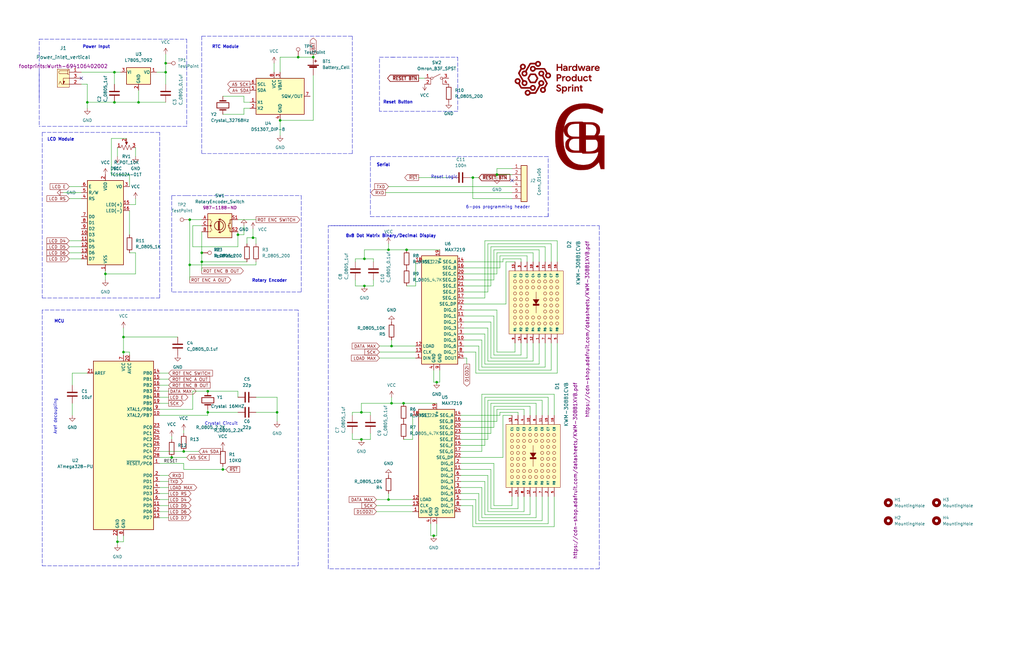
<source format=kicad_sch>
(kicad_sch (version 20211123) (generator eeschema)
  (paper "USLedger")
  (junction (at 165.1 146.05))
  (junction (at 171.45 105.41))
  (junction (at 48.26 43.18))
  (junction (at 100.33 99.06))
  (junction (at 87.63 165.1))
  (junction (at 118.11 50.8))
  (junction (at 87.63 173.99))
  (junction (at 52.07 142.24))
  (junction (at 85.09 106.68))
  (junction (at 93.98 198.12))
  (junction (at 80.01 111.76))
  (junction (at 52.07 148.59))
  (junction (at 199.39 74.93))
  (junction (at 165.1 170.18))
  (junction (at 72.39 193.04))
  (junction (at 44.45 115.57))
  (junction (at 163.83 105.41))
  (junction (at 170.18 170.18))
  (junction (at 80.01 92.71))
  (junction (at 49.53 228.6))
  (junction (at 85.09 110.49))
  (junction (at 125.73 24.13))
  (junction (at 152.4 185.42))
  (junction (at 209.55 73.66))
  (junction (at 116.84 173.99))
  (junction (at 77.47 190.5))
  (junction (at 132.08 24.13))
  (junction (at 36.83 43.18))
  (junction (at 69.85 30.48))
  (junction (at 163.83 210.82))
  (junction (at 153.67 109.22))
  (junction (at 152.4 173.99))
  (junction (at 48.26 30.48))
  (junction (at 106.68 100.33))
  (junction (at 69.85 26.67))
  (junction (at 58.42 43.18))
  (junction (at 182.88 226.06))
  (junction (at 184.15 161.29))
  (junction (at 153.67 120.65))
  (no_connect (at 34.29 33.02))
  (no_connect (at 215.9 76.2))
  (wire (pts (xy 158.75 210.82) (xy 163.83 210.82)))
  (wire (pts (xy 81.28 95.25) (xy 81.28 104.14)))
  (wire (pts (xy 201.93 219.71) (xy 228.6 219.71)))
  (wire (pts (xy 156.21 173.99) (xy 156.21 175.26)))
  (wire (pts (xy 132.08 31.75) (xy 132.08 50.8)))
  (wire (pts (xy 48.26 30.48) (xy 50.8 30.48)))
  (wire (pts (xy 81.28 165.1) (xy 87.63 165.1)))
  (wire (pts (xy 215.9 71.12) (xy 209.55 71.12)))
  (wire (pts (xy 48.26 43.18) (xy 58.42 43.18)))
  (wire (pts (xy 163.83 208.28) (xy 163.83 210.82)))
  (polyline (pts (xy 156.21 91.44) (xy 231.14 91.44)))
  (wire (pts (xy 205.74 215.9) (xy 205.74 200.66)))
  (wire (pts (xy 102.87 95.25) (xy 102.87 99.06)))
  (wire (pts (xy 48.26 43.18) (xy 36.83 43.18)))
  (wire (pts (xy 71.12 167.64) (xy 67.31 167.64)))
  (wire (pts (xy 46.99 58.42) (xy 46.99 73.66)))
  (wire (pts (xy 148.59 175.26) (xy 148.59 173.99)))
  (wire (pts (xy 209.55 106.68) (xy 209.55 115.57)))
  (wire (pts (xy 29.21 104.14) (xy 34.29 104.14)))
  (wire (pts (xy 118.11 30.48) (xy 118.11 24.13)))
  (wire (pts (xy 204.47 140.97) (xy 195.58 140.97)))
  (wire (pts (xy 87.63 175.26) (xy 87.63 173.99)))
  (wire (pts (xy 213.36 110.49) (xy 217.17 110.49)))
  (wire (pts (xy 67.31 193.04) (xy 72.39 193.04)))
  (wire (pts (xy 234.95 157.48) (xy 234.95 144.78)))
  (wire (pts (xy 71.12 208.28) (xy 67.31 208.28)))
  (wire (pts (xy 195.58 118.11) (xy 208.28 118.11)))
  (wire (pts (xy 102.87 43.18) (xy 105.41 43.18)))
  (wire (pts (xy 36.83 157.48) (xy 30.48 157.48)))
  (wire (pts (xy 148.59 182.88) (xy 148.59 185.42)))
  (wire (pts (xy 54.61 149.86) (xy 54.61 148.59)))
  (wire (pts (xy 201.93 146.05) (xy 195.58 146.05)))
  (wire (pts (xy 223.52 217.17) (xy 223.52 209.55)))
  (wire (pts (xy 153.67 120.65) (xy 157.48 120.65)))
  (wire (pts (xy 171.45 120.65) (xy 175.26 120.65)))
  (wire (pts (xy 115.57 26.67) (xy 115.57 30.48)))
  (wire (pts (xy 209.55 71.12) (xy 209.55 73.66)))
  (wire (pts (xy 29.21 109.22) (xy 34.29 109.22)))
  (wire (pts (xy 149.86 120.65) (xy 153.67 120.65)))
  (wire (pts (xy 157.48 120.65) (xy 157.48 118.11)))
  (wire (pts (xy 71.12 218.44) (xy 67.31 218.44)))
  (wire (pts (xy 85.09 106.68) (xy 85.09 110.49)))
  (polyline (pts (xy 17.78 55.88) (xy 17.78 125.73)))
  (wire (pts (xy 107.95 167.64) (xy 116.84 167.64)))
  (wire (pts (xy 81.28 104.14) (xy 100.33 104.14)))
  (wire (pts (xy 71.12 213.36) (xy 67.31 213.36)))
  (wire (pts (xy 203.2 166.37) (xy 203.2 190.5)))
  (wire (pts (xy 171.45 105.41) (xy 185.42 105.41)))
  (wire (pts (xy 204.47 187.96) (xy 204.47 167.64)))
  (wire (pts (xy 207.01 182.88) (xy 207.01 170.18)))
  (wire (pts (xy 29.21 83.82) (xy 34.29 83.82)))
  (wire (pts (xy 116.84 173.99) (xy 116.84 177.8)))
  (polyline (pts (xy 17.78 238.76) (xy 125.73 238.76)))
  (wire (pts (xy 54.61 106.68) (xy 57.15 106.68)))
  (wire (pts (xy 26.67 81.28) (xy 34.29 81.28)))
  (wire (pts (xy 46.99 73.66) (xy 54.61 73.66)))
  (wire (pts (xy 194.31 187.96) (xy 204.47 187.96)))
  (wire (pts (xy 195.58 151.13) (xy 196.85 151.13)))
  (polyline (pts (xy 17.78 130.81) (xy 17.78 238.76)))
  (polyline (pts (xy 160.02 24.13) (xy 166.37 24.13)))
  (wire (pts (xy 185.42 161.29) (xy 184.15 161.29)))
  (wire (pts (xy 30.48 157.48) (xy 30.48 162.56)))
  (wire (pts (xy 179.07 33.02) (xy 176.53 33.02)))
  (wire (pts (xy 149.86 110.49) (xy 149.86 109.22)))
  (wire (pts (xy 100.33 167.64) (xy 100.33 165.1)))
  (wire (pts (xy 199.39 74.93) (xy 201.93 74.93)))
  (polyline (pts (xy 72.39 123.19) (xy 72.39 82.55)))
  (wire (pts (xy 29.21 106.68) (xy 34.29 106.68)))
  (wire (pts (xy 233.68 166.37) (xy 203.2 166.37)))
  (polyline (pts (xy 252.73 95.25) (xy 252.73 240.03)))
  (wire (pts (xy 165.1 170.18) (xy 170.18 170.18)))
  (wire (pts (xy 220.98 215.9) (xy 205.74 215.9)))
  (polyline (pts (xy 72.39 82.55) (xy 78.74 82.55)))
  (wire (pts (xy 182.88 156.21) (xy 182.88 161.29)))
  (wire (pts (xy 231.14 220.98) (xy 200.66 220.98)))
  (wire (pts (xy 204.47 167.64) (xy 231.14 167.64)))
  (wire (pts (xy 209.55 130.81) (xy 209.55 148.59)))
  (wire (pts (xy 67.31 205.74) (xy 71.12 205.74)))
  (wire (pts (xy 195.58 133.35) (xy 208.28 133.35)))
  (wire (pts (xy 204.47 125.73) (xy 195.58 125.73)))
  (wire (pts (xy 67.31 170.18) (xy 71.12 170.18)))
  (wire (pts (xy 182.88 161.29) (xy 184.15 161.29)))
  (polyline (pts (xy 156.21 66.04) (xy 156.21 91.44)))
  (wire (pts (xy 205.74 123.19) (xy 205.74 102.87)))
  (wire (pts (xy 209.55 177.8) (xy 209.55 172.72)))
  (wire (pts (xy 80.01 111.76) (xy 107.95 111.76)))
  (wire (pts (xy 77.47 195.58) (xy 77.47 198.12)))
  (wire (pts (xy 153.67 109.22) (xy 157.48 109.22)))
  (wire (pts (xy 107.95 110.49) (xy 107.95 111.76)))
  (wire (pts (xy 49.53 228.6) (xy 52.07 228.6)))
  (wire (pts (xy 118.11 50.8) (xy 118.11 57.15)))
  (wire (pts (xy 232.41 156.21) (xy 201.93 156.21)))
  (wire (pts (xy 132.08 22.86) (xy 132.08 24.13)))
  (wire (pts (xy 36.83 43.18) (xy 36.83 45.72)))
  (wire (pts (xy 204.47 101.6) (xy 204.47 125.73)))
  (wire (pts (xy 213.36 128.27) (xy 213.36 110.49)))
  (polyline (pts (xy 85.09 15.24) (xy 148.59 15.24)))
  (wire (pts (xy 44.45 114.3) (xy 44.45 115.57)))
  (wire (pts (xy 156.21 185.42) (xy 156.21 182.88)))
  (wire (pts (xy 52.07 142.24) (xy 52.07 148.59)))
  (wire (pts (xy 195.58 130.81) (xy 209.55 130.81)))
  (wire (pts (xy 52.07 142.24) (xy 74.93 142.24)))
  (polyline (pts (xy 193.04 24.13) (xy 193.04 46.99)))
  (wire (pts (xy 210.82 107.95) (xy 222.25 107.95)))
  (wire (pts (xy 57.15 106.68) (xy 57.15 115.57)))
  (wire (pts (xy 52.07 228.6) (xy 52.07 226.06)))
  (wire (pts (xy 228.6 175.26) (xy 228.6 168.91)))
  (polyline (pts (xy 252.73 240.03) (xy 138.43 240.03)))
  (polyline (pts (xy 78.74 82.55) (xy 127 82.55)))
  (wire (pts (xy 93.98 198.12) (xy 95.25 198.12)))
  (wire (pts (xy 205.74 185.42) (xy 194.31 185.42)))
  (wire (pts (xy 207.01 151.13) (xy 207.01 135.89)))
  (wire (pts (xy 57.15 62.23) (xy 57.15 66.04)))
  (wire (pts (xy 125.73 24.13) (xy 132.08 24.13)))
  (wire (pts (xy 233.68 175.26) (xy 233.68 166.37)))
  (wire (pts (xy 152.4 170.18) (xy 165.1 170.18)))
  (wire (pts (xy 204.47 217.17) (xy 223.52 217.17)))
  (wire (pts (xy 228.6 219.71) (xy 228.6 209.55)))
  (wire (pts (xy 229.87 154.94) (xy 229.87 144.78)))
  (wire (pts (xy 52.07 138.43) (xy 52.07 142.24)))
  (wire (pts (xy 218.44 214.63) (xy 218.44 209.55)))
  (wire (pts (xy 194.31 203.2) (xy 204.47 203.2)))
  (wire (pts (xy 85.09 97.79) (xy 85.09 106.68)))
  (polyline (pts (xy 78.74 16.51) (xy 78.74 53.34)))
  (wire (pts (xy 58.42 43.18) (xy 58.42 38.1)))
  (wire (pts (xy 226.06 218.44) (xy 203.2 218.44)))
  (wire (pts (xy 100.33 92.71) (xy 107.95 92.71)))
  (wire (pts (xy 209.55 73.66) (xy 215.9 73.66)))
  (wire (pts (xy 195.58 148.59) (xy 200.66 148.59)))
  (wire (pts (xy 185.42 156.21) (xy 185.42 161.29)))
  (wire (pts (xy 87.63 173.99) (xy 87.63 172.72)))
  (polyline (pts (xy 231.14 91.44) (xy 231.14 66.04)))
  (wire (pts (xy 58.42 43.18) (xy 69.85 43.18)))
  (wire (pts (xy 220.98 172.72) (xy 220.98 175.26)))
  (wire (pts (xy 107.95 173.99) (xy 116.84 173.99)))
  (wire (pts (xy 77.47 198.12) (xy 93.98 198.12)))
  (wire (pts (xy 210.82 173.99) (xy 218.44 173.99)))
  (wire (pts (xy 80.01 111.76) (xy 80.01 118.11)))
  (wire (pts (xy 72.39 193.04) (xy 78.74 193.04)))
  (wire (pts (xy 163.83 210.82) (xy 173.99 210.82)))
  (wire (pts (xy 57.15 115.57) (xy 44.45 115.57)))
  (wire (pts (xy 212.09 193.04) (xy 212.09 175.26)))
  (polyline (pts (xy 125.73 238.76) (xy 125.73 130.81)))
  (polyline (pts (xy 138.43 95.25) (xy 162.56 95.25)))
  (wire (pts (xy 210.82 175.26) (xy 210.82 173.99)))
  (wire (pts (xy 93.98 198.12) (xy 93.98 196.85)))
  (polyline (pts (xy 139.7 95.25) (xy 252.73 95.25)))
  (wire (pts (xy 49.53 228.6) (xy 49.53 226.06)))
  (wire (pts (xy 220.98 209.55) (xy 220.98 215.9)))
  (wire (pts (xy 208.28 213.36) (xy 215.9 213.36)))
  (wire (pts (xy 195.58 138.43) (xy 205.74 138.43)))
  (wire (pts (xy 48.26 30.48) (xy 48.26 35.56)))
  (wire (pts (xy 219.71 109.22) (xy 219.71 110.49)))
  (wire (pts (xy 69.85 22.86) (xy 69.85 26.67)))
  (wire (pts (xy 67.31 215.9) (xy 71.12 215.9)))
  (wire (pts (xy 200.66 210.82) (xy 194.31 210.82)))
  (wire (pts (xy 149.86 109.22) (xy 153.67 109.22)))
  (wire (pts (xy 194.31 195.58) (xy 208.28 195.58)))
  (wire (pts (xy 212.09 109.22) (xy 219.71 109.22)))
  (wire (pts (xy 200.66 220.98) (xy 200.66 210.82)))
  (wire (pts (xy 234.95 110.49) (xy 234.95 101.6)))
  (wire (pts (xy 100.33 99.06) (xy 100.33 104.14)))
  (wire (pts (xy 165.1 167.64) (xy 165.1 170.18)))
  (wire (pts (xy 210.82 113.03) (xy 210.82 107.95)))
  (wire (pts (xy 181.61 226.06) (xy 182.88 226.06)))
  (wire (pts (xy 208.28 133.35) (xy 208.28 149.86)))
  (wire (pts (xy 228.6 168.91) (xy 205.74 168.91)))
  (wire (pts (xy 29.21 78.74) (xy 34.29 78.74)))
  (wire (pts (xy 208.28 105.41) (xy 227.33 105.41)))
  (wire (pts (xy 153.67 105.41) (xy 163.83 105.41)))
  (wire (pts (xy 157.48 109.22) (xy 157.48 110.49)))
  (wire (pts (xy 107.95 100.33) (xy 107.95 102.87)))
  (polyline (pts (xy 138.43 240.03) (xy 138.43 95.25)))
  (wire (pts (xy 199.39 222.25) (xy 233.68 222.25)))
  (wire (pts (xy 224.79 152.4) (xy 224.79 144.78)))
  (wire (pts (xy 175.26 148.59) (xy 160.02 148.59)))
  (wire (pts (xy 203.2 154.94) (xy 229.87 154.94)))
  (wire (pts (xy 209.55 115.57) (xy 195.58 115.57)))
  (wire (pts (xy 208.28 195.58) (xy 208.28 213.36)))
  (wire (pts (xy 100.33 165.1) (xy 87.63 165.1)))
  (wire (pts (xy 173.99 213.36) (xy 158.75 213.36)))
  (wire (pts (xy 104.14 100.33) (xy 106.68 100.33)))
  (wire (pts (xy 158.75 215.9) (xy 173.99 215.9)))
  (wire (pts (xy 217.17 148.59) (xy 217.17 144.78)))
  (polyline (pts (xy 16.51 16.51) (xy 78.74 16.51)))
  (wire (pts (xy 201.93 156.21) (xy 201.93 146.05)))
  (wire (pts (xy 106.68 96.52) (xy 106.68 100.33)))
  (wire (pts (xy 34.29 35.56) (xy 36.83 35.56)))
  (wire (pts (xy 207.01 135.89) (xy 195.58 135.89)))
  (wire (pts (xy 85.09 95.25) (xy 81.28 95.25)))
  (wire (pts (xy 194.31 177.8) (xy 209.55 177.8)))
  (wire (pts (xy 170.18 170.18) (xy 184.15 170.18)))
  (wire (pts (xy 153.67 105.41) (xy 153.67 109.22)))
  (wire (pts (xy 200.66 148.59) (xy 200.66 157.48)))
  (wire (pts (xy 67.31 200.66) (xy 71.12 200.66)))
  (wire (pts (xy 67.31 175.26) (xy 87.63 175.26)))
  (wire (pts (xy 215.9 81.28) (xy 162.56 81.28)))
  (wire (pts (xy 100.33 97.79) (xy 100.33 99.06)))
  (wire (pts (xy 49.53 229.87) (xy 49.53 228.6)))
  (wire (pts (xy 67.31 195.58) (xy 77.47 195.58)))
  (wire (pts (xy 67.31 203.2) (xy 71.12 203.2)))
  (polyline (pts (xy 78.74 53.34) (xy 16.51 53.34)))
  (wire (pts (xy 106.68 100.33) (xy 107.95 100.33)))
  (wire (pts (xy 46.99 58.42) (xy 53.34 58.42)))
  (wire (pts (xy 77.47 182.88) (xy 77.47 181.61)))
  (wire (pts (xy 226.06 170.18) (xy 226.06 175.26)))
  (polyline (pts (xy 67.31 125.73) (xy 67.31 55.88)))
  (wire (pts (xy 67.31 210.82) (xy 71.12 210.82)))
  (wire (pts (xy 194.31 208.28) (xy 201.93 208.28)))
  (wire (pts (xy 194.31 193.04) (xy 212.09 193.04)))
  (wire (pts (xy 67.31 190.5) (xy 77.47 190.5)))
  (wire (pts (xy 52.07 148.59) (xy 52.07 149.86)))
  (wire (pts (xy 85.09 110.49) (xy 85.09 114.3)))
  (wire (pts (xy 203.2 205.74) (xy 194.31 205.74)))
  (polyline (pts (xy 16.51 30.48) (xy 16.51 53.34)))
  (wire (pts (xy 44.45 115.57) (xy 44.45 118.11)))
  (wire (pts (xy 81.28 172.72) (xy 81.28 165.1)))
  (wire (pts (xy 80.01 92.71) (xy 80.01 111.76)))
  (wire (pts (xy 54.61 88.9) (xy 54.61 99.06)))
  (wire (pts (xy 118.11 24.13) (xy 125.73 24.13)))
  (wire (pts (xy 207.01 170.18) (xy 226.06 170.18)))
  (wire (pts (xy 212.09 175.26) (xy 215.9 175.26)))
  (polyline (pts (xy 231.14 90.17) (xy 231.14 91.44)))
  (wire (pts (xy 85.09 110.49) (xy 104.14 110.49)))
  (wire (pts (xy 69.85 30.48) (xy 66.04 30.48)))
  (wire (pts (xy 223.52 171.45) (xy 208.28 171.45)))
  (wire (pts (xy 152.4 185.42) (xy 156.21 185.42)))
  (wire (pts (xy 102.87 99.06) (xy 100.33 99.06)))
  (wire (pts (xy 201.93 208.28) (xy 201.93 219.71)))
  (wire (pts (xy 160.02 151.13) (xy 175.26 151.13)))
  (wire (pts (xy 77.47 190.5) (xy 83.82 190.5)))
  (polyline (pts (xy 160.02 46.99) (xy 160.02 24.13)))
  (polyline (pts (xy 85.09 15.24) (xy 85.09 64.77)))
  (polyline (pts (xy 148.59 15.24) (xy 148.59 64.77)))
  (wire (pts (xy 102.87 45.72) (xy 105.41 45.72)))
  (wire (pts (xy 67.31 162.56) (xy 71.12 162.56)))
  (wire (pts (xy 218.44 173.99) (xy 218.44 175.26)))
  (wire (pts (xy 199.39 83.82) (xy 199.39 74.93)))
  (wire (pts (xy 224.79 110.49) (xy 224.79 106.68)))
  (wire (pts (xy 203.2 190.5) (xy 194.31 190.5)))
  (wire (pts (xy 227.33 153.67) (xy 204.47 153.67)))
  (wire (pts (xy 229.87 104.14) (xy 207.01 104.14)))
  (wire (pts (xy 85.09 92.71) (xy 80.01 92.71)))
  (wire (pts (xy 173.99 185.42) (xy 173.99 175.26)))
  (wire (pts (xy 176.53 74.93) (xy 190.5 74.93)))
  (wire (pts (xy 195.58 143.51) (xy 203.2 143.51)))
  (wire (pts (xy 205.74 152.4) (xy 224.79 152.4)))
  (wire (pts (xy 194.31 182.88) (xy 207.01 182.88)))
  (wire (pts (xy 209.55 148.59) (xy 217.17 148.59)))
  (wire (pts (xy 181.61 220.98) (xy 181.61 226.06)))
  (polyline (pts (xy 148.59 64.77) (xy 85.09 64.77)))
  (wire (pts (xy 203.2 143.51) (xy 203.2 154.94)))
  (wire (pts (xy 219.71 149.86) (xy 219.71 144.78)))
  (wire (pts (xy 207.01 214.63) (xy 218.44 214.63)))
  (wire (pts (xy 34.29 30.48) (xy 48.26 30.48)))
  (wire (pts (xy 205.74 138.43) (xy 205.74 152.4)))
  (wire (pts (xy 54.61 73.66) (xy 54.61 78.74)))
  (wire (pts (xy 207.01 198.12) (xy 207.01 214.63)))
  (wire (pts (xy 208.28 149.86) (xy 219.71 149.86)))
  (wire (pts (xy 160.02 146.05) (xy 165.1 146.05)))
  (wire (pts (xy 222.25 144.78) (xy 222.25 151.13)))
  (polyline (pts (xy 127 82.55) (xy 127 123.19)))
  (polyline (pts (xy 165.1 24.13) (xy 193.04 24.13)))
  (wire (pts (xy 184.15 220.98) (xy 184.15 226.06)))
  (polyline (pts (xy 193.04 46.99) (xy 160.02 46.99)))
  (wire (pts (xy 194.31 213.36) (xy 199.39 213.36)))
  (wire (pts (xy 148.59 173.99) (xy 152.4 173.99)))
  (wire (pts (xy 163.83 78.74) (xy 215.9 78.74)))
  (wire (pts (xy 87.63 173.99) (xy 100.33 173.99)))
  (wire (pts (xy 93.98 48.26) (xy 102.87 48.26)))
  (wire (pts (xy 67.31 172.72) (xy 81.28 172.72)))
  (wire (pts (xy 170.18 185.42) (xy 173.99 185.42)))
  (wire (pts (xy 222.25 151.13) (xy 207.01 151.13)))
  (wire (pts (xy 234.95 101.6) (xy 204.47 101.6)))
  (polyline (pts (xy 125.73 130.81) (xy 17.78 130.81)))
  (wire (pts (xy 71.12 165.1) (xy 67.31 165.1)))
  (wire (pts (xy 215.9 83.82) (xy 199.39 83.82)))
  (wire (pts (xy 67.31 157.48) (xy 71.12 157.48)))
  (wire (pts (xy 207.01 104.14) (xy 207.01 120.65)))
  (wire (pts (xy 231.14 167.64) (xy 231.14 175.26)))
  (wire (pts (xy 175.26 120.65) (xy 175.26 110.49)))
  (wire (pts (xy 204.47 153.67) (xy 204.47 140.97)))
  (wire (pts (xy 132.08 50.8) (xy 118.11 50.8)))
  (wire (pts (xy 149.86 118.11) (xy 149.86 120.65)))
  (wire (pts (xy 54.61 86.36) (xy 57.15 86.36)))
  (polyline (pts (xy 17.78 125.73) (xy 67.31 125.73)))
  (wire (pts (xy 195.58 113.03) (xy 210.82 113.03)))
  (polyline (pts (xy 67.31 55.88) (xy 17.78 55.88)))
  (wire (pts (xy 165.1 143.51) (xy 165.1 146.05)))
  (wire (pts (xy 29.21 101.6) (xy 34.29 101.6)))
  (wire (pts (xy 152.4 170.18) (xy 152.4 173.99)))
  (wire (pts (xy 215.9 213.36) (xy 215.9 209.55)))
  (wire (pts (xy 152.4 173.99) (xy 156.21 173.99)))
  (wire (pts (xy 208.28 171.45) (xy 208.28 180.34)))
  (wire (pts (xy 195.58 123.19) (xy 205.74 123.19)))
  (wire (pts (xy 231.14 209.55) (xy 231.14 220.98)))
  (wire (pts (xy 93.98 40.64) (xy 102.87 40.64)))
  (wire (pts (xy 163.83 102.87) (xy 163.83 105.41)))
  (wire (pts (xy 102.87 48.26) (xy 102.87 45.72)))
  (wire (pts (xy 69.85 26.67) (xy 69.85 30.48)))
  (wire (pts (xy 67.31 160.02) (xy 71.12 160.02)))
  (wire (pts (xy 163.83 105.41) (xy 171.45 105.41)))
  (wire (pts (xy 209.55 73.66) (xy 209.55 74.93)))
  (polyline (pts (xy 127 123.19) (xy 72.39 123.19)))
  (wire (pts (xy 104.14 102.87) (xy 104.14 100.33)))
  (wire (pts (xy 207.01 120.65) (xy 195.58 120.65)))
  (wire (pts (xy 69.85 35.56) (xy 69.85 30.48)))
  (wire (pts (xy 229.87 110.49) (xy 229.87 104.14)))
  (wire (pts (xy 36.83 35.56) (xy 36.83 43.18)))
  (wire (pts (xy 116.84 167.64) (xy 116.84 173.99)))
  (wire (pts (xy 194.31 198.12) (xy 207.01 198.12)))
  (wire (pts (xy 222.25 107.95) (xy 222.25 110.49)))
  (wire (pts (xy 198.12 74.93) (xy 199.39 74.93)))
  (wire (pts (xy 232.41 102.87) (xy 232.41 110.49)))
  (wire (pts (xy 196.85 151.13) (xy 196.85 153.67)))
  (wire (pts (xy 232.41 144.78) (xy 232.41 156.21)))
  (wire (pts (xy 184.15 226.06) (xy 182.88 226.06)))
  (wire (pts (xy 204.47 203.2) (xy 204.47 217.17)))
  (wire (pts (xy 57.15 83.82) (xy 57.15 86.36)))
  (wire (pts (xy 195.58 128.27) (xy 213.36 128.27)))
  (wire (pts (xy 233.68 222.25) (xy 233.68 209.55)))
  (wire (pts (xy 200.66 157.48) (xy 234.95 157.48)))
  (wire (pts (xy 72.39 185.42) (xy 72.39 184.15)))
  (wire (pts (xy 102.87 40.64) (xy 102.87 43.18)))
  (wire (pts (xy 49.53 66.04) (xy 49.53 62.23)))
  (wire (pts (xy 205.74 200.66) (xy 194.31 200.66)))
  (wire (pts (xy 148.59 185.42) (xy 152.4 185.42)))
  (wire (pts (xy 195.58 110.49) (xy 212.09 110.49)))
  (polyline (pts (xy 16.51 41.91) (xy 16.51 16.51)))
  (wire (pts (xy 209.55 172.72) (xy 220.98 172.72)))
  (wire (pts (xy 205.74 168.91) (xy 205.74 185.42)))
  (wire (pts (xy 208.28 180.34) (xy 194.31 180.34)))
  (wire (pts (xy 199.39 213.36) (xy 199.39 222.25)))
  (wire (pts (xy 212.09 110.49) (xy 212.09 109.22)))
  (wire (pts (xy 165.1 146.05) (xy 175.26 146.05)))
  (wire (pts (xy 224.79 106.68) (xy 209.55 106.68)))
  (wire (pts (xy 208.28 118.11) (xy 208.28 105.41)))
  (wire (pts (xy 203.2 218.44) (xy 203.2 205.74)))
  (polyline (pts (xy 231.14 66.04) (xy 156.21 66.04)))
  (wire (pts (xy 30.48 170.18) (xy 30.48 175.26)))
  (wire (pts (xy 54.61 148.59) (xy 52.07 148.59)))
  (wire (pts (xy 205.74 102.87) (xy 232.41 102.87)))
  (wire (pts (xy 223.52 175.26) (xy 223.52 171.45)))
  (wire (pts (xy 227.33 105.41) (xy 227.33 110.49)))
  (wire (pts (xy 227.33 144.78) (xy 227.33 153.67)))
  (wire (pts (xy 226.06 209.55) (xy 226.06 218.44)))
  (wire (pts (xy 194.31 175.26) (xy 210.82 175.26)))
  (text "8x8 Dot Matrix Binary/Decimal Display\n" (at 145.7452 100.3808 0) (effects (font (size 1.27 1.27) (thickness 0.254) bold) (justify left bottom)))
  (text "Power Input\n" (at 34.7472 20.574 0) (effects (font (size 1.27 1.27) bold) (justify left bottom)))
  (text "Reset Button\n" (at 161.4932 43.942 0) (effects (font (size 1.27 1.27) bold) (justify left bottom)))
  (text "Serial\n" (at 158.75 70.4088 0) (effects (font (size 1.27 1.27) (thickness 0.254) bold) (justify left bottom)))
  (text "RTC Module\n" (at 89.3572 20.574 0) (effects (font (size 1.27 1.27) bold) (justify left bottom)))
  (text "Rotary Encoder\n" (at 106.172 119.2276 0) (effects (font (size 1.27 1.27) (thickness 0.254) bold) (justify left bottom)))
  (text "Aref decoupling\n" (at 24.0792 168.148 270) (effects (font (size 1.27 1.27)) (justify right bottom)))
  (text "6-pos programming header\n" (at 223.52 88.1888 180) (effects (font (size 1.27 1.27)) (justify right bottom)))
  (text "Crystal Circuit\n" (at 100.2792 179.578 180) (effects (font (size 1.27 1.27)) (justify right bottom)))
  (text "LCD Module\n" (at 19.8628 59.6392 0) (effects (font (size 1.27 1.27) (thickness 0.254) bold) (justify left bottom)))
  (text "MCU" (at 22.8092 136.398 0) (effects (font (size 1.27 1.27) bold) (justify left bottom)))
  (text "Reset Logic\n" (at 193.04 75.4888 180) (effects (font (size 1.27 1.27)) (justify right bottom)))
  (label "RESET" (at 74.93 195.58 180))
  (global_label "SCK" (shape output) (at 71.12 170.18 0) (property "Intersheet References" "${INTERSHEET_REFS}" (effects hide)))
  (global_label "DATA MAX" (shape input) (at 160.02 146.05 180) (property "Intersheet References" "${INTERSHEET_REFS}" (effects hide)))
  (global_label "D1OD2I" (shape input) (at 158.75 215.9 180) (property "Intersheet References" "${INTERSHEET_REFS}" (effects hide)))
  (global_label "RXD" (shape input) (at 71.12 200.66 0) (property "Intersheet References" "${INTERSHEET_REFS}" (effects hide)))
  (global_label "DATA MAX" (shape output) (at 71.12 165.1 0) (property "Intersheet References" "${INTERSHEET_REFS}" (effects hide)))
  (global_label "ROT ENC B OUT" (shape input) (at 71.12 162.56 0) (property "Intersheet References" "${INTERSHEET_REFS}" (effects hide)))
  (global_label "ROT ENC A OUT" (shape input) (at 71.12 160.02 0) (property "Intersheet References" "${INTERSHEET_REFS}" (effects hide)))
  (global_label "LCD RS" (shape input) (at 29.21 83.82 180) (property "Intersheet References" "${INTERSHEET_REFS}" (effects hide)))
  (global_label "A4 SDA" (shape output) (at 105.41 38.1 180) (property "Intersheet References" "${INTERSHEET_REFS}" (effects hide)))
  (global_label "SCK" (shape input) (at 160.02 148.59 180) (property "Intersheet References" "${INTERSHEET_REFS}" (effects hide)))
  (global_label "~{RST}" (shape input) (at 95.25 198.12 0) (property "Intersheet References" "${INTERSHEET_REFS}" (effects hide)))
  (global_label "D1OD2I" (shape output) (at 196.85 153.67 270) (property "Intersheet References" "${INTERSHEET_REFS}" (effects hide)))
  (global_label "LCD D7" (shape output) (at 71.12 218.44 0) (property "Intersheet References" "${INTERSHEET_REFS}" (effects hide)))
  (global_label "ROT ENC B OUT" (shape output) (at 85.09 114.3 0) (property "Intersheet References" "${INTERSHEET_REFS}" (effects hide)))
  (global_label "LCD D4" (shape output) (at 71.12 210.82 0) (property "Intersheet References" "${INTERSHEET_REFS}" (effects hide)))
  (global_label "LCD D5" (shape input) (at 29.21 104.14 180) (property "Intersheet References" "${INTERSHEET_REFS}" (effects hide)))
  (global_label "LCD D5" (shape output) (at 71.12 213.36 0) (property "Intersheet References" "${INTERSHEET_REFS}" (effects hide)))
  (global_label "A4 SDA" (shape input) (at 83.82 190.5 0) (property "Intersheet References" "${INTERSHEET_REFS}" (effects hide)))
  (global_label "TXD" (shape input) (at 163.83 78.74 180) (property "Intersheet References" "${INTERSHEET_REFS}" (effects hide)))
  (global_label "LCD D4" (shape input) (at 29.21 101.6 180) (property "Intersheet References" "${INTERSHEET_REFS}" (effects hide)))
  (global_label "~{RESET BTN}" (shape input) (at 201.93 74.93 0) (effects (font bold)) (property "Intersheet References" "${INTERSHEET_REFS}" (effects hide)))
  (global_label "~{RESET BTN}" (shape output) (at 176.53 33.02 180) (effects (font bold)) (property "Intersheet References" "${INTERSHEET_REFS}" (effects hide)))
  (global_label "A5 SCK" (shape input) (at 78.74 193.04 0) (property "Intersheet References" "${INTERSHEET_REFS}" (effects hide)))
  (global_label "LOAD MAX" (shape input) (at 160.02 151.13 180) (property "Intersheet References" "${INTERSHEET_REFS}" (effects hide)))
  (global_label "SCK" (shape input) (at 158.75 213.36 180) (property "Intersheet References" "${INTERSHEET_REFS}" (effects hide)))
  (global_label "~{RST}" (shape output) (at 176.53 74.93 180) (property "Intersheet References" "${INTERSHEET_REFS}" (effects hide)))
  (global_label "LCD D6" (shape input) (at 29.21 106.68 180) (property "Intersheet References" "${INTERSHEET_REFS}" (effects hide)))
  (global_label "ROT ENC SWITCH" (shape input) (at 71.12 157.48 0) (property "Intersheet References" "${INTERSHEET_REFS}" (effects hide)))
  (global_label "LCD E" (shape input) (at 29.21 78.74 180) (property "Intersheet References" "${INTERSHEET_REFS}" (effects hide)))
  (global_label "TXD" (shape output) (at 71.12 203.2 0) (property "Intersheet References" "${INTERSHEET_REFS}" (effects hide)))
  (global_label "LCD E" (shape output) (at 71.12 167.64 0) (property "Intersheet References" "${INTERSHEET_REFS}" (effects hide)))
  (global_label "DATA MAX" (shape input) (at 158.75 210.82 180) (property "Intersheet References" "${INTERSHEET_REFS}" (effects hide)))
  (global_label "LCD D6" (shape output) (at 71.12 215.9 0) (property "Intersheet References" "${INTERSHEET_REFS}" (effects hide)))
  (global_label "LCD RS" (shape output) (at 71.12 208.28 0) (property "Intersheet References" "${INTERSHEET_REFS}" (effects hide)))
  (global_label "A5 SCK" (shape output) (at 105.41 35.56 180) (property "Intersheet References" "${INTERSHEET_REFS}" (effects hide)))
  (global_label "VBAT" (shape output) (at 132.08 22.86 90) (property "Intersheet References" "${INTERSHEET_REFS}" (effects hide)))
  (global_label "LOAD MAX" (shape output) (at 71.12 205.74 0) (property "Intersheet References" "${INTERSHEET_REFS}" (effects hide)))
  (global_label "ROT ENC SWITCH" (shape output) (at 107.95 92.71 0) (property "Intersheet References" "${INTERSHEET_REFS}" (effects hide)))
  (global_label "RXD" (shape output) (at 162.56 81.28 180) (property "Intersheet References" "${INTERSHEET_REFS}" (effects hide)))
  (global_label "LCD D7" (shape input) (at 29.21 109.22 180) (property "Intersheet References" "${INTERSHEET_REFS}" (effects hide)))
  (global_label "ROT ENC A OUT" (shape output) (at 80.01 118.11 0) (property "Intersheet References" "${INTERSHEET_REFS}" (effects hide)))
  (symbol (lib_id "HPS:VCC") (at 93.98 189.23 0) (unit 1)
    (property "Reference" "#PWR0117" (effects hide))
    (property "Value" "VCC" (at 93.98 184.15 0))
  )
  (symbol (lib_id "HPS:Battery_Cell") (at 132.08 29.21 0) (unit 1)
    (property "Reference" "BT1" (at 135.89 25.9079 0) (effects (justify left)))
    (property "Value" "Battery_Cell" (at 135.89 28.4479 0) (effects (justify left)))
    (property "Footprint" "footprints:BatteryHolder_Keystone_106_1x20mm" (effects hide))
    (property "Datasheet" "https://media.digikey.com/pdf/Data%20Sheets/Memory%20Protection%20PDFs/Coin_Cell_Guide.pdf" (effects hide))
    (property "MFG" "MPD (Memory Protection Devices)" (effects hide))
    (property "MPN" "BS-7" (effects hide))
    (property "Digikey PN" "BS-7-ND" (effects hide))
    (property "Mouser PN" "N/A" (effects hide))
  )
  (symbol (lib_id "HPS:VCC") (at 165.1 167.64 0) (unit 1)
    (property "Reference" "#PWR0127" (effects hide))
    (property "Value" "VCC" (at 165.1 162.56 0))
  )
  (symbol (lib_id "HPS:GND") (at 152.4 185.42 0) (unit 1)
    (property "Reference" "#PWR0106" (effects hide))
    (property "Value" "GND" (at 152.4 190.5 0))
  )
  (symbol (lib_id "HPS:VCC") (at 72.39 184.15 0) (unit 1)
    (property "Reference" "#PWR03" (effects hide))
    (property "Value" "VCC" (at 72.39 179.07 0))
  )
  (symbol (lib_id "HPS:C_0805_0.1uf") (at 74.93 146.05 0) (unit 1)
    (property "Reference" "C4" (at 78.74 144.7799 0) (effects (justify left)))
    (property "Value" "C_0805_0.1uf" (at 78.74 147.3199 0) (effects (justify left)))
    (property "Footprint" "footprints:C_0805_2012Metric" (effects hide))
    (property "Datasheet" "https://datasheets.avx.com/X7RDielectric.pdf" (effects hide))
    (property "MFG" "AVX Corporation" (effects hide))
    (property "MPN" "08055C104KAT2A" (effects hide))
    (property "Digikey PN" "478-1395-1-ND" (effects hide))
    (property "Mouser PN" "N/A" (effects hide))
    (property "Voltage" "N/A" (effects hide))
    (property "Dielectric" "N/A" (effects hide))
    (property "Tolerance" "N/A" (effects hide))
  )
  (symbol (lib_id "HPS:KWM-30881CVB") (at 226.06 128.27 90) (unit 1)
    (property "Reference" "D2" (at 240.03 101.6 0) (effects (font (size 1.524 1.524)) (justify right)))
    (property "Value" "KWM-30881CVB" (at 243.84 101.6 0) (effects (font (size 1.524 1.524)) (justify right)))
    (property "Footprint" "footprints:KWM-30881CVB" (effects hide))
    (property "Datasheet" "https://cdn-shop.adafruit.com/datasheets/KWM-30881XVB.pdf" (at 247.65 101.6 0) (effects (font (size 1.524 1.524)) (justify right)))
    (property "MFG" "Adafruit" (effects hide))
    (property "MPN" "KWM-30881CVB" (effects hide))
    (property "Digikey PN" "N/A" (effects hide))
    (property "Mouser PN" "N/A" (effects hide))
  )
  (symbol (lib_id "HPS:R_0805_10K") (at 93.98 193.04 0) (unit 1)
    (property "Reference" "R1" (at 96.52 191.7699 0) (effects (justify left)))
    (property "Value" "10KΩ" (at 96.52 194.3099 0) (effects (justify left)))
    (property "Footprint" "footprints:R_0805_2012Metric" (effects hide))
    (property "Datasheet" "https://www.digikey.com/en/products/detail/yageo/RC0805FR-0710KL/727535" (effects hide))
    (property "MFG" "Yageo" (effects hide))
    (property "MPN" "RC0805FR-0710KL" (effects hide))
    (property "Digikey PN" "311-10.0KCRCT-ND" (effects hide))
    (property "Mouser PN" "N/A" (effects hide))
    (property "Power" "N/A" (effects hide))
    (property "Tolerance" "N/A" (effects hide))
  )
  (symbol (lib_id "HPS:GND") (at 44.45 118.11 0) (unit 1)
    (property "Reference" "#PWR0113" (effects hide))
    (property "Value" "GND" (at 44.45 123.19 0))
  )
  (symbol (lib_id "HPS:VCC") (at 77.47 181.61 0) (unit 1)
    (property "Reference" "#PWR04" (effects hide))
    (property "Value" "VCC" (at 77.47 176.53 0))
  )
  (symbol (lib_id "HPS:GND") (at 163.83 200.66 180) (unit 1)
    (property "Reference" "#PWR0107" (effects hide))
    (property "Value" "GND" (at 163.83 195.58 0))
  )
  (symbol (lib_id "HPS:R_0805_10K") (at 165.1 139.7 180) (unit 1)
    (property "Reference" "R5" (at 162.56 140.9701 0) (effects (justify left)))
    (property "Value" "R_0805_10K" (at 162.56 138.4301 0) (effects (justify left)))
    (property "Footprint" "footprints:R_0805_2012Metric" (effects hide))
    (property "Datasheet" "https://www.digikey.com/en/products/detail/yageo/RC0805FR-0710KL/727535" (effects hide))
    (property "MFG" "Yageo" (effects hide))
    (property "MPN" "RC0805FR-0710KL" (effects hide))
    (property "Digikey PN" "311-10.0KCRCT-ND" (effects hide))
    (property "Mouser PN" "N/A" (effects hide))
    (property "Power" "N/A" (effects hide))
    (property "Tolerance" "N/A" (effects hide))
  )
  (symbol (lib_id "HPS:C_0805_1uf") (at 48.26 39.37 0) (unit 1)
    (property "Reference" "C2" (at 41.91 43.18 90) (effects (justify left)))
    (property "Value" "C_0805_1uf" (at 44.45 43.18 90) (effects (justify left)))
    (property "Footprint" "footprints:C_0805_2012Metric" (effects hide))
    (property "Datasheet" "https://www.yageo.com/upload/media/product/productsearch/datasheet/mlcc/UPY-GPHC_X7R_6.3V-to-50V_18.pdf" (effects hide))
    (property "MFG" "Yageo" (effects hide))
    (property "MPN" "CC0805KKX7R8BB105" (effects hide))
    (property "Digikey PN" "311-1456-1-ND" (effects hide))
    (property "Mouser PN" "N/A" (effects hide))
    (property "Voltage" "N/A" (effects hide))
    (property "Dielectric" "N/A" (effects hide))
    (property "Tolerance" "N/A" (effects hide))
  )
  (symbol (lib_id "HPS:MountingHole") (at 394.9192 212.1408 0) (unit 1)
    (property "Reference" "H3" (at 397.4592 210.8707 0) (effects (justify left)))
    (property "Value" "MountingHole" (at 397.4592 213.4107 0) (effects (justify left)))
    (property "Footprint" "footprints:MountingHole_3.2mm_M3" (effects hide))
  )
  (symbol (lib_id "HPS:VCC") (at 44.45 73.66 0) (unit 1)
    (property "Reference" "#PWR0123" (effects hide))
    (property "Value" "VCC" (at 44.45 68.58 0))
  )
  (symbol (lib_id "HPS:MountingHole") (at 374.5992 212.1408 0) (unit 1)
    (property "Reference" "H1" (at 377.1392 210.8707 0) (effects (justify left)))
    (property "Value" "MountingHole" (at 377.1392 213.4107 0) (effects (justify left)))
    (property "Footprint" "footprints:MountingHole_3.2mm_M3" (effects hide))
  )
  (symbol (lib_id "power:GND") (at 49.53 229.87 0) (unit 1)
    (property "Reference" "#PWR0112" (effects hide))
    (property "Value" "GND" (at 49.53 234.95 0))
  )
  (symbol (lib_id "HPS:R_0805_1K") (at 104.14 106.68 0) (unit 1)
    (property "Reference" "R2" (at 90.17 105.41 0) (effects (justify left)))
    (property "Value" "R_0805_200" (at 90.17 107.95 0) (effects (justify left)))
    (property "Footprint" "footprints:R_0805_2012Metric" (effects hide))
    (property "Datasheet" "https://www.digikey.com/en/products/detail/yageo/RC0805FR-071KL/727444" (effects hide))
    (property "MFG" "Yageo" (effects hide))
    (property "Digikey PN" "RC0805FR-0710KL" (effects hide))
    (property "Mouser PN" "N/A" (effects hide))
    (property "Power" "N/A" (effects hide))
    (property "Tolerance" "N/A" (effects hide))
    (property "MPN" "RC0805FR-071KL" (effects hide))
  )
  (symbol (lib_id "HPS:C_0805_1uf") (at 148.59 179.07 0) (unit 1)
    (property "Reference" "C7" (at 142.24 182.88 90) (effects (justify left)))
    (property "Value" "C_0805_1uf" (at 144.78 182.88 90) (effects (justify left)))
    (property "Footprint" "footprints:C_0805_2012Metric" (effects hide))
    (property "Datasheet" "https://www.yageo.com/upload/media/product/productsearch/datasheet/mlcc/UPY-GPHC_X7R_6.3V-to-50V_18.pdf" (effects hide))
    (property "MFG" "Yageo" (effects hide))
    (property "MPN" "CC0805KKX7R8BB105" (effects hide))
    (property "Digikey PN" "311-1456-1-ND" (effects hide))
    (property "Mouser PN" "N/A" (effects hide))
    (property "Voltage" "N/A" (effects hide))
    (property "Dielectric" "N/A" (effects hide))
    (property "Tolerance" "N/A" (effects hide))
  )
  (symbol (lib_id "HPS:GND") (at 36.83 45.72 0) (unit 1)
    (property "Reference" "#PWR0121" (effects hide))
    (property "Value" "GND" (at 36.83 50.8 0))
  )
  (symbol (lib_id "HPS:TestPoint") (at 80.01 92.71 90) (unit 1)
    (property "Reference" "TP2" (at 76.708 86.36 90))
    (property "Value" "TestPoint" (at 76.708 88.9 90))
    (property "Footprint" "footprints:TestPoint_THTPad_D2.0mm_Drill1.0mm" (effects hide))
  )
  (symbol (lib_id "HPS:C_0805_10uf") (at 30.48 166.37 0) (unit 1)
    (property "Reference" "C1" (at 34.29 165.0999 0) (effects (justify left)))
    (property "Value" "10uf" (at 34.29 167.6399 0) (effects (justify left)))
    (property "Footprint" "footprints:C_0805_2012Metric" (effects hide))
    (property "Datasheet" "https://search.murata.co.jp/Ceramy/image/img/A01X/G101/ENG/GRM21BR61E106KA73-01.pdf" (effects hide))
    (property "MFG" "Murata Electronics" (effects hide))
    (property "MPN" "GRM21BR61E106KA73L" (effects hide))
    (property "Digikey PN" "490-5523-1-ND" (effects hide))
    (property "Mouser PN" "N/A" (effects hide))
    (property "Voltage" "N/A" (effects hide))
    (property "Dielectric" "N/A" (effects hide))
    (property "Tolerance" "N/A" (effects hide))
  )
  (symbol (lib_id "HPS:R_0805_22K") (at 170.18 173.99 0) (unit 1)
    (property "Reference" "R6" (at 172.72 172.7199 0) (effects (justify left)))
    (property "Value" "R_0805_22K" (at 172.72 175.2599 0) (effects (justify left)))
    (property "Footprint" "footprints:R_0805_2012Metric" (effects hide))
    (property "Datasheet" "https://www.digikey.com/en/products/detail/yageo/RC0805FR-0722KL/727736" (effects hide))
    (property "MFG" "Yageo" (effects hide))
    (property "MPN" "RC0805FR-0722KL" (effects hide))
    (property "Digikey PN" "311-22.0KCRCT-ND" (effects hide))
    (property "Mouser PN" "N/A" (effects hide))
    (property "Power" "N/A" (effects hide))
    (property "Tolerance" "N/A" (effects hide))
  )
  (symbol (lib_id "HPS:TC1602A-01T") (at 44.45 93.98 0) (unit 1)
    (property "Reference" "DS1" (at 46.4694 71.12 0) (effects (justify left)))
    (property "Value" "TC1602A-01T" (at 46.4694 73.66 0) (effects (justify left)))
    (property "Footprint" "footprints:TC1602A-01T" (effects hide))
    (property "Datasheet" "https://cdn-shop.adafruit.com/datasheets/TC1602A-01T.pdf" (effects hide))
    (property "MFG" "Adafruit" (effects hide))
    (property "MPN" "1447" (effects hide))
    (property "Digikey PN" "1528-2212-ND" (effects hide))
    (property "Mouser PN" "N/A" (effects hide))
  )
  (symbol (lib_id "power:GND") (at 116.84 177.8 0) (unit 1)
    (property "Reference" "#PWR0116" (effects hide))
    (property "Value" "GND" (at 116.84 182.88 0))
  )
  (symbol (lib_id "HPS:Power_inlet_vertical") (at 29.21 33.02 0) (unit 1)
    (property "Reference" "J1" (at 26.67 20.32 0) (effects (font (size 1.524 1.524))))
    (property "Value" "Power_inlet_vertical" (at 26.67 24.13 0) (effects (font (size 1.524 1.524))))
    (property "Footprint" "footprints:Wurth-694106402002" (at 26.67 27.94 0) (effects (font (size 1.524 1.524))))
    (property "Datasheet" "https://www.we-online.com/katalog/datasheet/6941xx402002.pdf" (effects hide))
    (property "MFG" "Wurth" (effects hide))
    (property "MPN" "694106402002" (effects hide))
    (property "Digikey PN" "732-5931-ND" (effects hide))
  )
  (symbol (lib_id "HPS:Conn_01x06") (at 220.98 76.2 0) (unit 1)
    (property "Reference" "J2" (at 223.52 76.1999 0) (effects (justify left)))
    (property "Value" "Conn_01x06" (at 227.33 82.55 90) (effects (justify left)))
    (property "Footprint" "footprints:PinHeader_1x06_P2.54mm_Vertical" (effects hide))
    (property "Datasheet" "https://www.we-online.de/katalog/datasheet/6130xx11121.pdf" (effects hide))
    (property "MFG" "Würth Elektronik" (effects hide))
    (property "MPN" "61300611121" (effects hide))
    (property "Digikey PN" "732-5319-ND" (effects hide))
    (property "Mouser PN" "N/A" (effects hide))
  )
  (symbol (lib_id "HPS:GND") (at 184.15 161.29 0) (unit 1)
    (property "Reference" "#PWR0105" (effects hide))
    (property "Value" "GND" (at 184.15 166.37 0))
  )
  (symbol (lib_id "HPS:HPS_Logo") (at 234.95 33.02 0) (unit 1)
    (property "Reference" "#G1" (effects hide))
    (property "Value" "HPS_Logo" (effects hide))
  )
  (symbol (lib_id "HPS:TestPoint") (at 69.85 26.67 270) (unit 1)
    (property "Reference" "TP1" (at 74.93 25.3999 90) (effects (justify left)))
    (property "Value" "TestPoint" (at 74.93 27.9399 90) (effects (justify left)))
    (property "Footprint" "footprints:TestPoint_THTPad_D2.0mm_Drill1.0mm" (effects hide))
  )
  (symbol (lib_id "HPS:GND") (at 182.88 226.06 0) (unit 1)
    (property "Reference" "#PWR0103" (effects hide))
    (property "Value" "GND" (at 182.88 231.14 0))
  )
  (symbol (lib_id "HPS:VCC") (at 52.07 138.43 0) (unit 1)
    (property "Reference" "#PWR0119" (effects hide))
    (property "Value" "VCC" (at 52.07 133.35 0))
  )
  (symbol (lib_id "HPS:C_0805_0.1uf") (at 157.48 114.3 0) (unit 1)
    (property "Reference" "C10" (at 161.29 119.38 90) (effects (justify left)))
    (property "Value" "C_0805_0.1uf" (at 163.83 119.38 90) (effects (justify left)))
    (property "Footprint" "footprints:C_0805_2012Metric" (effects hide))
    (property "Datasheet" "https://datasheets.avx.com/X7RDielectric.pdf" (effects hide))
    (property "MFG" "AVX Corporation" (effects hide))
    (property "MPN" "08055C104KAT2A" (effects hide))
    (property "Digikey PN" "478-1395-1-ND" (effects hide))
    (property "Mouser PN" "N/A" (effects hide))
    (property "Voltage" "N/A" (effects hide))
    (property "Dielectric" "N/A" (effects hide))
    (property "Tolerance" "N/A" (effects hide))
  )
  (symbol (lib_id "HPS:L7805_TO92") (at 58.42 30.48 0) (unit 1)
    (property "Reference" "U3" (at 58.42 22.86 0))
    (property "Value" "L7805_TO92" (at 58.42 25.4 0))
    (property "Footprint" "footprints:TO-92_Inline" (effects hide))
    (property "Datasheet" "http://www.st.com/content/ccc/resource/technical/document/datasheet/15/55/e5/aa/23/5b/43/fd/CD00000446.pdf/files/CD00000446.pdf/jcr:content/translations/en.CD00000446.pdf" (effects hide))
    (property "MFG" "STMicroelectronics" (effects hide))
    (property "MPN" "L7805CV" (effects hide))
    (property "Digikey PN" "497-1443-5-ND" (effects hide))
    (property "Mouser PN" "N/A" (effects hide))
  )
  (symbol (lib_id "HPS:R_0805_1K") (at 54.61 102.87 0) (unit 1)
    (property "Reference" "R11" (at 57.15 101.5999 0) (effects (justify left)))
    (property "Value" "R_0805_1K" (at 57.15 104.1399 0) (effects (justify left)))
    (property "Footprint" "footprints:R_0805_2012Metric" (effects hide))
    (property "Datasheet" "https://www.digikey.com/en/products/detail/yageo/RC0805FR-071KL/727444" (effects hide))
    (property "MFG" "Yageo" (effects hide))
    (property "Digikey PN" "RC0805FR-0710KL" (effects hide))
    (property "Mouser PN" "N/A" (effects hide))
    (property "Power" "N/A" (effects hide))
    (property "Tolerance" "N/A" (effects hide))
    (property "MPN" "RC0805FR-071KL" (effects hide))
  )
  (symbol (lib_id "HPS:Crystal_16MHz") (at 87.63 168.91 270) (unit 1)
    (property "Reference" "Y1" (at 91.44 167.6399 90) (effects (justify left)))
    (property "Value" "Crystal 16MHZ" (at 88.9 171.45 90) (effects (justify left)))
    (property "Footprint" "footprints:Crystal_SMD_HC49-SD" (effects hide))
    (property "Datasheet" "https://ecsxtal.com/store/pdf/csm-7x-dn.pdf" (effects hide))
    (property "MFG" "ECS Inc." (effects hide))
    (property "MPN" "ECS-160-20-5PXDN-TR" (effects hide))
    (property "Digikey PN" "XC1299CT-ND" (effects hide))
    (property "Mouser PN" "N/A" (effects hide))
  )
  (symbol (lib_id "power:GND") (at 209.55 74.93 0) (unit 1)
    (property "Reference" "#PWR0104" (effects hide))
    (property "Value" "GND" (at 209.55 80.01 0))
  )
  (symbol (lib_id "HPS:VCC") (at 163.83 102.87 0) (unit 1)
    (property "Reference" "#PWR0126" (effects hide))
    (property "Value" "VCC" (at 163.83 97.79 0))
  )
  (symbol (lib_id "HPS:GND") (at 26.67 81.28 270) (unit 1)
    (property "Reference" "#PWR0115" (effects hide))
    (property "Value" "GND" (at 27.94 81.2799 90) (effects (justify left)))
  )
  (symbol (lib_id "HPS:TestPoint") (at 85.09 106.68 270) (unit 1)
    (property "Reference" "TP3" (at 90.17 105.4099 90) (effects (justify left)))
    (property "Value" "TestPoint" (at 90.17 107.9499 90) (effects (justify left)))
    (property "Footprint" "footprints:TestPoint_THTPad_D2.0mm_Drill1.0mm" (effects hide))
  )
  (symbol (lib_id "HPS:R_POT_10K") (at 53.34 62.23 90) (unit 1)
    (property "Reference" "RV1" (at 53.34 66.04 90))
    (property "Value" "R_POT_10K" (at 53.34 68.58 90))
    (property "Footprint" "footprints:Potentiometer_Bourns_3386P_Vertical" (effects hide))
    (property "Datasheet" "https://www.bourns.com/docs/Product-Datasheets/3386.pdf" (effects hide))
    (property "MFG" "Bourns Inc." (effects hide))
    (property "MPN" "3386P-1-103TLF" (effects hide))
    (property "Digikey PN" "3386P-103TLF-ND" (effects hide))
    (property "Mouser PN" "N/A" (effects hide))
  )
  (symbol (lib_id "HPS:R_0805_1K") (at 189.23 39.37 180) (unit 1)
    (property "Reference" "R10" (at 191.77 38.0999 0) (effects (justify right)))
    (property "Value" "R_0805_200" (at 191.77 40.6399 0) (effects (justify right)))
    (property "Footprint" "footprints:R_0805_2012Metric" (effects hide))
    (property "Datasheet" "https://www.digikey.com/en/products/detail/yageo/RC0805FR-071KL/727444" (effects hide))
    (property "MFG" "Yageo" (effects hide))
    (property "Digikey PN" "RC0805FR-0710KL" (effects hide))
    (property "Mouser PN" "N/A" (effects hide))
    (property "Power" "N/A" (effects hide))
    (property "Tolerance" "N/A" (effects hide))
    (property "MPN" "RC0805FR-071KL" (effects hide))
  )
  (symbol (lib_id "HPS:VCC") (at 115.57 26.67 0) (unit 1)
    (property "Reference" "#PWR0111" (effects hide))
    (property "Value" "VCC" (at 115.57 21.59 0))
  )
  (symbol (lib_id "HPS:GND") (at 57.15 66.04 0) (unit 1)
    (property "Reference" "#PWR0122" (effects hide))
    (property "Value" "GND" (at 57.15 71.12 0))
  )
  (symbol (lib_id "HPS:C_0805_0.1uf") (at 69.85 39.37 0) (unit 1)
    (property "Reference" "C3" (at 73.66 44.45 90) (effects (justify left)))
    (property "Value" "C_0805_0.1uf" (at 76.2 44.45 90) (effects (justify left)))
    (property "Footprint" "footprints:C_0805_2012Metric" (effects hide))
    (property "Datasheet" "https://datasheets.avx.com/X7RDielectric.pdf" (effects hide))
    (property "MFG" "AVX Corporation" (effects hide))
    (property "MPN" "08055C104KAT2A" (effects hide))
    (property "Digikey PN" "478-1395-1-ND" (effects hide))
    (property "Mouser PN" "N/A" (effects hide))
    (property "Voltage" "N/A" (effects hide))
    (property "Dielectric" "N/A" (effects hide))
    (property "Tolerance" "N/A" (effects hide))
  )
  (symbol (lib_id "HPS:VCC") (at 69.85 22.86 0) (unit 1)
    (property "Reference" "#PWR0125" (effects hide))
    (property "Value" "VCC" (at 69.85 17.78 0))
  )
  (symbol (lib_id "HPS:R_0805_4.7K") (at 171.45 116.84 0) (unit 1)
    (property "Reference" "R9" (at 173.99 115.5699 0) (effects (justify left)))
    (property "Value" "R_0805_4.7K" (at 173.99 118.1099 0) (effects (justify left)))
    (property "Footprint" "footprints:R_0805_2012Metric" (effects hide))
    (property "Datasheet" "https://www.digikey.com/en/products/detail/yageo/RC0805FR-074K7L/727929" (effects hide))
    (property "MFG" "Yageo" (effects hide))
    (property "MPN" "RC0805FR-074K7L" (effects hide))
    (property "Digikey PN" "311-4.70KCRCT-ND" (effects hide))
    (property "Mouser PN" "N/A" (effects hide))
    (property "Power" "N/A" (effects hide))
    (property "Tolerance" "N/A" (effects hide))
  )
  (symbol (lib_id "HPS:KWM-30881CVB") (at 224.79 193.04 90) (unit 1)
    (property "Reference" "D1" (at 234.95 161.29 0) (effects (font (size 1.524 1.524)) (justify right)))
    (property "Value" "KWM-30881CVB" (at 238.76 161.29 0) (effects (font (size 1.524 1.524)) (justify right)))
    (property "Footprint" "footprints:KWM-30881CVB" (effects hide))
    (property "Datasheet" "https://cdn-shop.adafruit.com/datasheets/KWM-30881XVB.pdf" (at 242.57 161.29 0) (effects (font (size 1.524 1.524)) (justify right)))
    (property "MFG" "Adafruit" (effects hide))
    (property "MPN" "KWM-30881CVB" (effects hide))
    (property "Digikey PN" "N/A" (effects hide))
    (property "Mouser PN" "N/A" (effects hide))
  )
  (symbol (lib_id "HPS:R_0805_2.2K") (at 77.47 186.69 0) (unit 1)
    (property "Reference" "R13" (at 80.01 185.4199 0) (effects (justify left)))
    (property "Value" "R_0805_2.2K" (at 90.17 181.61 0) (effects (justify left)))
    (property "Footprint" "footprints:R_0805_2012Metric" (effects hide))
    (property "Datasheet" "https://www.digikey.com/en/products/detail/yageo/RC0805FR-072K2L/727676" (effects hide))
    (property "MFG" "N/A" (effects hide))
    (property "MPN" "N/A" (effects hide))
    (property "Digikey PN" "311-2.20KCRCT-ND" (effects hide))
    (property "Mouser PN" "N/A" (effects hide))
    (property "Power" "N/A" (effects hide))
    (property "Tolerance" "N/A" (effects hide))
  )
  (symbol (lib_id "HPS:R_0805_2.2K") (at 72.39 189.23 0) (unit 1)
    (property "Reference" "R12" (at 74.93 187.9599 0) (effects (justify left)))
    (property "Value" "R_0805_2.2K" (at 82.55 180.34 0) (effects (justify left)))
    (property "Footprint" "footprints:R_0805_2012Metric" (effects hide))
    (property "Datasheet" "https://www.digikey.com/en/products/detail/yageo/RC0805FR-072K2L/727676" (effects hide))
    (property "MFG" "N/A" (effects hide))
    (property "MPN" "N/A" (effects hide))
    (property "Digikey PN" "311-2.20KCRCT-ND" (effects hide))
    (property "Mouser PN" "N/A" (effects hide))
    (property "Power" "N/A" (effects hide))
    (property "Tolerance" "N/A" (effects hide))
  )
  (symbol (lib_id "HPS:R_0805_22K") (at 171.45 109.22 0) (unit 1)
    (property "Reference" "R8" (at 173.99 107.9499 0) (effects (justify left)))
    (property "Value" "R_0805_22K" (at 173.99 110.4899 0) (effects (justify left)))
    (property "Footprint" "footprints:R_0805_2012Metric" (effects hide))
    (property "Datasheet" "https://www.digikey.com/en/products/detail/yageo/RC0805FR-0722KL/727736" (effects hide))
    (property "MFG" "Yageo" (effects hide))
    (property "MPN" "RC0805FR-0722KL" (effects hide))
    (property "Digikey PN" "311-22.0KCRCT-ND" (effects hide))
    (property "Mouser PN" "N/A" (effects hide))
    (property "Power" "N/A" (effects hide))
    (property "Tolerance" "N/A" (effects hide))
  )
  (symbol (lib_id "HPS:GND") (at 165.1 135.89 180) (unit 1)
    (property "Reference" "#PWR0101" (effects hide))
    (property "Value" "GND" (at 165.1 130.81 0))
  )
  (symbol (lib_id "HPS:MAX7219") (at 184.15 195.58 0) (unit 1)
    (property "Reference" "U5" (at 186.1694 167.64 0) (effects (justify left)))
    (property "Value" "MAX7219" (at 186.1694 170.18 0) (effects (justify left)))
    (property "Footprint" "footprints:DIP-24_W7.62mm" (effects hide))
    (property "Datasheet" "https://datasheets.maximintegrated.com/en/ds/MAX7219-MAX7221.pdf" (effects hide))
    (property "MFG" "On Shore Technology Inc." (effects hide))
    (property "MPN" "ED241DT" (effects hide))
    (property "Digikey PN" "ED3049-5-ND" (effects hide))
    (property "Mouser PN" "N/A" (effects hide))
  )
  (symbol (lib_id "HPS:GND") (at 153.67 120.65 0) (unit 1)
    (property "Reference" "#PWR0102" (effects hide))
    (property "Value" "GND" (at 153.67 125.73 0))
  )
  (symbol (lib_id "HPS:Omron_B3F_SPST") (at 184.15 33.02 0) (unit 1)
    (property "Reference" "SW2" (at 184.15 26.416 0))
    (property "Value" "Omron_B3F_SPST" (at 184.15 28.956 0))
    (property "Footprint" "footprints:SW_SPST_Omron_B3FS-100xP" (effects hide))
    (property "Datasheet" "https://omronfs.omron.com/en_US/ecb/products/pdf/en-b3fs.pdf" (effects hide))
    (property "MFG" "Omron Electronics Inc-EMC Div" (effects hide))
    (property "MPN" "B3FS-1000P" (effects hide))
    (property "Digikey PN" "SW423CT-ND" (effects hide))
    (property "Mouser PN" "N/A" (effects hide))
  )
  (symbol (lib_id "power:GND") (at 30.48 175.26 0) (unit 1)
    (property "Reference" "#PWR0118" (effects hide))
    (property "Value" "GND" (at 30.48 180.34 0))
  )
  (symbol (lib_id "HPS:MountingHole") (at 374.5992 219.7608 0) (unit 1)
    (property "Reference" "H2" (at 377.1392 218.4907 0) (effects (justify left)))
    (property "Value" "MountingHole" (at 377.1392 221.0307 0) (effects (justify left)))
    (property "Footprint" "footprints:MountingHole_3.2mm_M3" (effects hide))
  )
  (symbol (lib_id "HPS:C_0805_0.1uf") (at 156.21 179.07 0) (unit 1)
    (property "Reference" "C9" (at 160.02 184.15 90) (effects (justify left)))
    (property "Value" "C_0805_0.1uf" (at 162.56 184.15 90) (effects (justify left)))
    (property "Footprint" "footprints:C_0805_2012Metric" (effects hide))
    (property "Datasheet" "https://datasheets.avx.com/X7RDielectric.pdf" (effects hide))
    (property "MFG" "AVX Corporation" (effects hide))
    (property "MPN" "08055C104KAT2A" (effects hide))
    (property "Digikey PN" "478-1395-1-ND" (effects hide))
    (property "Mouser PN" "N/A" (effects hide))
    (property "Voltage" "N/A" (effects hide))
    (property "Dielectric" "N/A" (effects hide))
    (property "Tolerance" "N/A" (effects hide))
  )
  (symbol (lib_id "HPS:TestPoint") (at 125.73 24.13 0) (unit 1)
    (property "Reference" "TP4" (at 128.27 19.5579 0) (effects (justify left)))
    (property "Value" "TestPoint" (at 128.27 22.0979 0) (effects (justify left)))
    (property "Footprint" "footprints:TestPoint_THTPad_D2.0mm_Drill1.0mm" (effects hide))
  )
  (symbol (lib_id "power:GND") (at 74.93 149.86 0) (unit 1)
    (property "Reference" "#PWR0120" (effects hide))
    (property "Value" "GND" (at 74.93 154.94 0))
  )
  (symbol (lib_id "HPS:MAX7219") (at 185.42 130.81 0) (unit 1)
    (property "Reference" "U6" (at 187.4394 102.87 0) (effects (justify left)))
    (property "Value" "MAX7219" (at 187.4394 105.41 0) (effects (justify left)))
    (property "Footprint" "footprints:DIP-24_W7.62mm" (effects hide))
    (property "Datasheet" "https://datasheets.maximintegrated.com/en/ds/MAX7219-MAX7221.pdf" (effects hide))
    (property "MFG" "On Shore Technology Inc." (effects hide))
    (property "MPN" "ED241DT" (effects hide))
    (property "Digikey PN" "ED3049-5-ND" (effects hide))
    (property "Mouser PN" "N/A" (effects hide))
  )
  (symbol (lib_id "HPS:R_0805_1K") (at 107.95 106.68 180) (unit 1)
    (property "Reference" "R3" (at 110.49 105.4099 0) (effects (justify right)))
    (property "Value" "R_0805_200" (at 110.49 107.9499 0) (effects (justify right)))
    (property "Footprint" "footprints:R_0805_2012Metric" (effects hide))
    (property "Datasheet" "https://www.digikey.com/en/products/detail/yageo/RC0805FR-071KL/727444" (effects hide))
    (property "MFG" "Yageo" (effects hide))
    (property "Digikey PN" "RC0805FR-0710KL" (effects hide))
    (property "Mouser PN" "N/A" (effects hide))
    (property "Power" "N/A" (effects hide))
    (property "Tolerance" "N/A" (effects hide))
    (property "MPN" "RC0805FR-071KL" (effects hide))
  )
  (symbol (lib_id "HPS:C_0805_22pf") (at 104.14 173.99 90) (unit 1)
    (property "Reference" "C6" (at 104.14 177.8 90))
    (property "Value" "22p" (at 104.14 180.34 90))
    (property "Footprint" "footprints:C_0805_2012Metric" (effects hide))
    (property "Datasheet" "https://www.yageo.com/upload/media/product/productsearch/datasheet/mlcc/UPY-GP_NP0_16V-to-50V_18.pdf" (effects hide))
    (property "MFG" "Yageo" (effects hide))
    (property "MPN" "CC0805JRNPO9BN220" (effects hide))
    (property "Digikey PN" "311-1103-1-ND" (effects hide))
    (property "Mouser PN" "N/A" (effects hide))
    (property "Voltage" "N/A" (effects hide))
    (property "Dielectric" "N/A" (effects hide))
    (property "Tolerance" "N/A" (effects hide))
  )
  (symbol (lib_id "HPS:GND") (at 102.87 95.25 180) (unit 1)
    (property "Reference" "#PWR0108" (effects hide))
    (property "Value" "GND" (at 102.8192 96.8248 0))
  )
  (symbol (lib_id "HPS:VCC") (at 49.53 66.04 180) (unit 1)
    (property "Reference" "#PWR0124" (effects hide))
    (property "Value" "VCC" (at 49.53 71.12 0))
  )
  (symbol (lib_id "HPS:R_0805_4.7K") (at 170.18 181.61 0) (unit 1)
    (property "Reference" "R7" (at 172.72 180.3399 0) (effects (justify left)))
    (property "Value" "R_0805_4.7K" (at 172.72 182.8799 0) (effects (justify left)))
    (property "Footprint" "footprints:R_0805_2012Metric" (effects hide))
    (property "Datasheet" "https://www.digikey.com/en/products/detail/yageo/RC0805FR-074K7L/727929" (effects hide))
    (property "MFG" "Yageo" (effects hide))
    (property "MPN" "RC0805FR-074K7L" (effects hide))
    (property "Digikey PN" "311-4.70KCRCT-ND" (effects hide))
    (property "Mouser PN" "N/A" (effects hide))
    (property "Power" "N/A" (effects hide))
    (property "Tolerance" "N/A" (effects hide))
  )
  (symbol (lib_id "HPS:R_0805_10K") (at 163.83 204.47 180) (unit 1)
    (property "Reference" "R4" (at 161.29 205.7401 0) (effects (justify left)))
    (property "Value" "R_0805_10K" (at 161.29 203.2001 0) (effects (justify left)))
    (property "Footprint" "footprints:R_0805_2012Metric" (effects hide))
    (property "Datasheet" "https://www.digikey.com/en/products/detail/yageo/RC0805FR-0710KL/727535" (effects hide))
    (property "MFG" "Yageo" (effects hide))
    (property "MPN" "RC0805FR-0710KL" (effects hide))
    (property "Digikey PN" "311-10.0KCRCT-ND" (effects hide))
    (property "Mouser PN" "N/A" (effects hide))
    (property "Power" "N/A" (effects hide))
    (property "Tolerance" "N/A" (effects hide))
  )
  (symbol (lib_id "HPS:ATmega328-PU") (at 52.07 187.96 0) (unit 1)
    (property "Reference" "U2" (at 31.75 194.31 0))
    (property "Value" "ATmega328-PU" (at 31.75 196.85 0))
    (property "Footprint" "footprints:DIP-28_W7.62mm" (effects hide))
    (property "Datasheet" "http://www.microchip.com/mymicrochip/filehandler.aspx?ddocname=en608326" (effects hide))
    (property "MFG" "On Shore Technology Inc." (effects hide))
    (property "MPN" "ED281DT" (effects hide))
    (property "Digikey PN" "ED3050-5-ND" (effects hide))
    (property "Mouser PN" "N/A" (effects hide))
  )
  (symbol (lib_name "RotaryEncoder_Switch_1") (lib_id "HPS:RotaryEncoder_Switch") (at 92.71 95.25 0) (unit 1)
    (property "Reference" "SW1" (at 92.71 82.55 0))
    (property "Value" "RotaryEncoder_Switch" (at 92.71 85.09 0))
    (property "Footprint" "footprints:RotaryEncoder_TT_EN11-Switch_Vertical_H20mm_CircularMountingHoles" (effects hide))
    (property "Digikey PN" "987-1188-ND" (at 92.71 87.63 0))
  )
  (symbol (lib_id "HPS:Crystal_32768Hz") (at 93.98 44.45 270) (unit 1)
    (property "Reference" "Y2" (at 88.9 48.26 90) (effects (justify left)))
    (property "Value" "Crystal_32768Hz" (at 88.9 50.8 90) (effects (justify left)))
    (property "Footprint" "footprints:Crystal_SMD_2Pin_3.2x1.5mm" (effects hide))
    (property "Datasheet" "https://www.jauch.com/downloadfile/57fde22d50dbf_d3c203011c87952f2834/jtx310-auto-2-210512.pdf" (effects hide))
    (property "MFG" "Jauch Quartz" (effects hide))
    (property "MPN" "Q 0,032768-JTX310-12,5-20-T1-HMR-50K-LF" (effects hide))
    (property "Digikey PN" "1908-1314-1-ND" (effects hide))
    (property "Mouser PN" "N/A" (effects hide))
  )
  (symbol (lib_id "HPS:DS1307_DIP-8") (at 118.11 40.64 0) (unit 1)
    (property "Reference" "U4" (at 113.03 52.07 0))
    (property "Value" "DS1307_DIP-8" (at 113.03 54.61 0))
    (property "Footprint" "footprints:DIP-8_W7.62mm" (effects hide))
    (property "Datasheet" "https://datasheets.maximintegrated.com/en/ds/DS1307.pdf" (effects hide))
    (property "MFG" "Assmann WSW Components" (effects hide))
    (property "MPN" "A 08-LC-TT" (effects hide))
    (property "Digikey PN" "AE9986-ND" (effects hide))
    (property "Mouser PN" "N/A" (effects hide))
  )
  (symbol (lib_id "HPS:GND") (at 189.23 43.18 0) (unit 1)
    (property "Reference" "#PWR02" (effects hide))
    (property "Value" "GND" (at 189.23 47.9044 0))
  )
  (symbol (lib_id "HPS:GND") (at 118.11 57.15 0) (unit 1)
    (property "Reference" "#PWR0109" (effects hide))
    (property "Value" "GND" (at 118.11 62.23 0))
  )
  (symbol (lib_id "HPS:C_0805_22pf") (at 104.14 167.64 90) (unit 1)
    (property "Reference" "C5" (at 104.14 160.02 90))
    (property "Value" "22p" (at 104.14 162.56 90))
    (property "Footprint" "footprints:C_0805_2012Metric" (effects hide))
    (property "Datasheet" "https://www.yageo.com/upload/media/product/productsearch/datasheet/mlcc/UPY-GP_NP0_16V-to-50V_18.pdf" (effects hide))
    (property "MFG" "Yageo" (effects hide))
    (property "MPN" "CC0805JRNPO9BN220" (effects hide))
    (property "Digikey PN" "311-1103-1-ND" (effects hide))
    (property "Mouser PN" "N/A" (effects hide))
    (property "Voltage" "N/A" (effects hide))
    (property "Dielectric" "N/A" (effects hide))
    (property "Tolerance" "N/A" (effects hide))
  )
  (symbol (lib_id "HPS:C_0805_0.1uf") (at 194.31 74.93 90) (unit 1)
    (property "Reference" "C11" (at 194.31 67.31 90))
    (property "Value" "100n" (at 194.31 69.85 90))
    (property "Footprint" "footprints:C_0805_2012Metric" (effects hide))
    (property "Datasheet" "https://datasheets.avx.com/X7RDielectric.pdf" (effects hide))
    (property "MFG" "AVX Corporation" (effects hide))
    (property "MPN" "08055C104KAT2A" (effects hide))
    (property "Digikey PN" "478-1395-1-ND" (effects hide))
    (property "Mouser PN" "N/A" (effects hide))
    (property "Voltage" "N/A" (effects hide))
    (property "Dielectric" "N/A" (effects hide))
    (property "Tolerance" "N/A" (effects hide))
  )
  (symbol (lib_id "Logo:LOGO") (at 245.11 58.42 0) (unit 1)
    (property "Reference" "#G2" (effects hide))
    (property "Value" "LOGO" (effects hide))
  )
  (symbol (lib_id "HPS:VCC") (at 57.15 83.82 0) (unit 1)
    (property "Reference" "#PWR0114" (effects hide))
    (property "Value" "VCC" (at 57.15 78.74 0))
  )
  (symbol (lib_id "HPS:VCC") (at 179.07 35.56 180) (unit 1)
    (property "Reference" "#PWR01" (effects hide))
    (property "Value" "VCC" (at 179.07 40.2336 0))
  )
  (symbol (lib_id "HPS:VCC") (at 106.68 96.52 0) (unit 1)
    (property "Reference" "#PWR0110" (effects hide))
    (property "Value" "VCC" (at 110.6932 96.8248 0))
  )
  (symbol (lib_id "HPS:C_0805_1uf") (at 149.86 114.3 0) (unit 1)
    (property "Reference" "C8" (at 143.51 118.11 90) (effects (justify left)))
    (property "Value" "C_0805_1uf" (at 146.05 118.11 90) (effects (justify left)))
    (property "Footprint" "footprints:C_0805_2012Metric" (effects hide))
    (property "Datasheet" "https://www.yageo.com/upload/media/product/productsearch/datasheet/mlcc/UPY-GPHC_X7R_6.3V-to-50V_18.pdf" (effects hide))
    (property "MFG" "Yageo" (effects hide))
    (property "MPN" "CC0805KKX7R8BB105" (effects hide))
    (property "Digikey PN" "311-1456-1-ND" (effects hide))
    (property "Mouser PN" "N/A" (effects hide))
    (property "Voltage" "N/A" (effects hide))
    (property "Dielectric" "N/A" (effects hide))
    (property "Tolerance" "N/A" (effects hide))
  )
  (symbol (lib_id "HPS:MountingHole") (at 394.9192 219.7608 0) (unit 1)
    (property "Reference" "H4" (at 397.4592 218.4907 0) (effects (justify left)))
    (property "Value" "MountingHole" (at 397.4592 221.0307 0) (effects (justify left)))
    (property "Footprint" "footprints:MountingHole_3.2mm_M3" (effects hide))
  )
)
</source>
